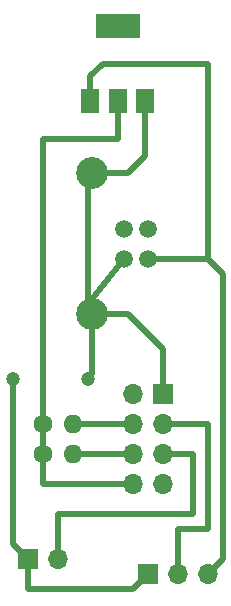
<source format=gbr>
G04 #@! TF.FileFunction,Copper,L2,Bot,Signal*
%FSLAX46Y46*%
G04 Gerber Fmt 4.6, Leading zero omitted, Abs format (unit mm)*
G04 Created by KiCad (PCBNEW 4.0.4-stable) date 03/07/17 16:47:50*
%MOMM*%
%LPD*%
G01*
G04 APERTURE LIST*
%ADD10C,0.100000*%
%ADD11C,1.520000*%
%ADD12C,2.700000*%
%ADD13R,1.700000X1.700000*%
%ADD14O,1.700000X1.700000*%
%ADD15C,1.600000*%
%ADD16O,1.600000X1.600000*%
%ADD17R,3.800000X2.000000*%
%ADD18R,1.500000X2.000000*%
%ADD19C,1.200000*%
%ADD20C,0.500000*%
G04 APERTURE END LIST*
D10*
D11*
X13970000Y31750000D03*
X13970000Y29210000D03*
X11970000Y29210000D03*
X11970000Y31750000D03*
D12*
X9270000Y36480000D03*
X9270000Y24480000D03*
D13*
X15240000Y17780000D03*
D14*
X12700000Y17780000D03*
X15240000Y15240000D03*
X12700000Y15240000D03*
X15240000Y12700000D03*
X12700000Y12700000D03*
X15240000Y10160000D03*
X12700000Y10160000D03*
D15*
X5080000Y15240000D03*
D16*
X7620000Y15240000D03*
D15*
X5080000Y12700000D03*
D16*
X7620000Y12700000D03*
D17*
X11430000Y48870000D03*
D18*
X11430000Y42570000D03*
X9130000Y42570000D03*
X13730000Y42570000D03*
D13*
X3810000Y3810000D03*
D14*
X6350000Y3810000D03*
D13*
X13970000Y2540000D03*
D14*
X16510000Y2540000D03*
X19050000Y2540000D03*
D19*
X2540000Y19050000D03*
X8890000Y19050000D03*
D20*
X9270000Y24480000D02*
X9270000Y19430000D01*
X2540000Y5080000D02*
X3810000Y3810000D01*
X2540000Y6350000D02*
X2540000Y5080000D01*
X2540000Y19050000D02*
X2540000Y6350000D01*
X9270000Y19430000D02*
X8890000Y19050000D01*
X13970000Y2540000D02*
X12700000Y1270000D01*
X12700000Y1270000D02*
X3810000Y1270000D01*
X3810000Y1270000D02*
X3810000Y3810000D01*
X9270000Y24480000D02*
X12350000Y24480000D01*
X15240000Y21590000D02*
X15240000Y17780000D01*
X12350000Y24480000D02*
X15240000Y21590000D01*
X9270000Y36480000D02*
X12350000Y36480000D01*
X13730000Y37860000D02*
X13730000Y42570000D01*
X12350000Y36480000D02*
X13730000Y37860000D01*
X8890000Y25400000D02*
X8890000Y36100000D01*
X8890000Y36100000D02*
X9270000Y36480000D01*
X11970000Y29210000D02*
X8890000Y25400000D01*
X8890000Y25020000D02*
X8890000Y24480000D01*
X8890000Y25400000D02*
X8890000Y25020000D01*
X8890000Y24480000D02*
X8860000Y24480000D01*
X19050000Y2540000D02*
X20320000Y3810000D01*
X20320000Y27940000D02*
X19050000Y29210000D01*
X20320000Y3810000D02*
X20320000Y27940000D01*
X9130000Y42570000D02*
X9130000Y44690000D01*
X19050000Y29210000D02*
X13970000Y29210000D01*
X19050000Y45720000D02*
X19050000Y29210000D01*
X10160000Y45720000D02*
X19050000Y45720000D01*
X9130000Y44690000D02*
X10160000Y45720000D01*
X15240000Y15240000D02*
X19050000Y15240000D01*
X16510000Y6350000D02*
X16510000Y2540000D01*
X19050000Y6350000D02*
X16510000Y6350000D01*
X19050000Y15240000D02*
X19050000Y6350000D01*
X15240000Y12700000D02*
X17780000Y12700000D01*
X6350000Y7620000D02*
X6350000Y3810000D01*
X17780000Y7620000D02*
X6350000Y7620000D01*
X17780000Y12700000D02*
X17780000Y7620000D01*
X7620000Y15240000D02*
X12700000Y15240000D01*
X7620000Y12700000D02*
X12700000Y12700000D01*
X11430000Y42570000D02*
X11430000Y39370000D01*
X5080000Y39370000D02*
X5080000Y15240000D01*
X11430000Y39370000D02*
X5080000Y39370000D01*
X12700000Y10160000D02*
X5080000Y10160000D01*
X5080000Y10160000D02*
X5080000Y12700000D01*
X5080000Y12700000D02*
X5080000Y15240000D01*
M02*

</source>
